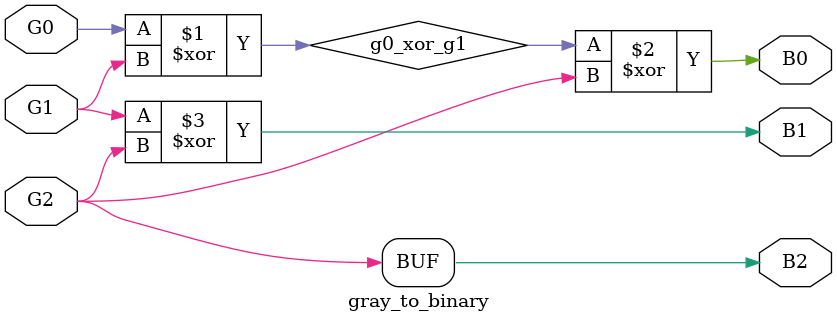
<source format=sv>

module gray_to_binary(G2, G1, G0, B2, B1, B0);
    input G2, G1, G0;
    output B2, B1, B0;
    wire g0_xor_g1;
    
    xor(g0_xor_g1, G0, G1);
    xor(B0, g0_xor_g1, G2);
    xor(B1, G1, G2);
    buf(B2, G2);
endmodule

</source>
